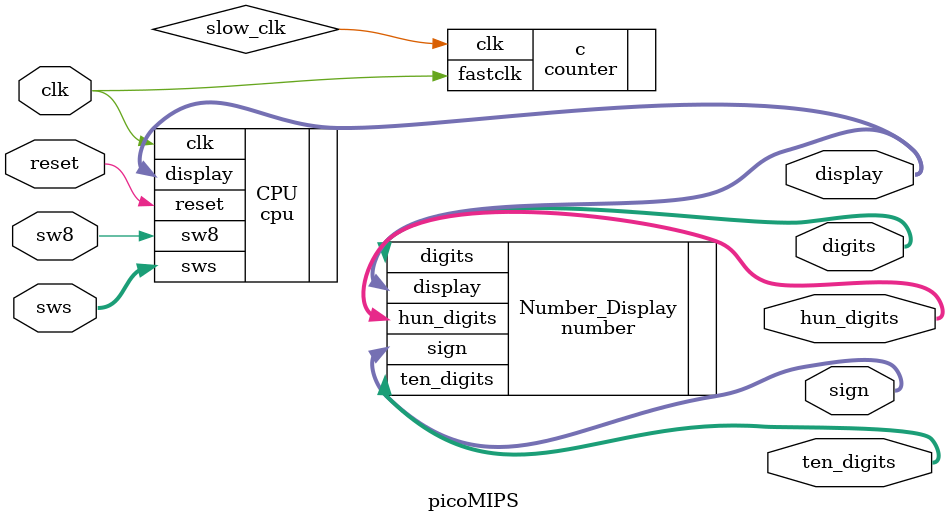
<source format=sv>
module picoMIPS #(
    parameter n = 8
) (
    input  logic         clk,
    input  logic         reset,
    input  logic         sw8,
    input  logic [n-1:0] sws,     //  这个就是X1与Y1的输入 从开关上输入
    output logic [n-1:0] display, //  这里的输出输出的是ALU中Wdata的值 其实不是真正我们需要的x2与y2  这里的设想是我使用特性寄存器来存储结果并且只显示该寄存器的值

    output logic [6:0] digits,      // 个位数
    output logic [6:0] ten_digits,  // 十位数
    output logic [6:0] hun_digits,  // 百位数
    output logic [6:0] sign         // 符号
);

  // 为了防止抖动  模拟的时候去掉
  logic slow_clk;
  counter c (
      .fastclk(clk),
      .clk    (slow_clk)
  );  // slow clk from counter

  cpu #(
      .n(n)
  ) CPU (
      .clk    (clk),
      .reset  (reset),
      .sw8    (sw8),
      .sws    (sws),
      .display(display)
  );
  // 来一个显示数据
  number Number_Display (
      .display   (display),
      .digits    (digits),
      .ten_digits(ten_digits),
      .hun_digits(hun_digits),
      .sign      (sign)
  );
endmodule

</source>
